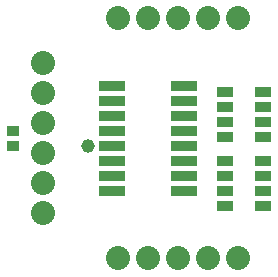
<source format=gts>
G75*
G70*
%OFA0B0*%
%FSLAX24Y24*%
%IPPOS*%
%LPD*%
%AMOC8*
5,1,8,0,0,1.08239X$1,22.5*
%
%ADD10C,0.0800*%
%ADD11R,0.0860X0.0320*%
%ADD12R,0.0414X0.0336*%
%ADD13R,0.0572X0.0375*%
%ADD14C,0.0456*%
D10*
X004636Y002665D03*
X005636Y002665D03*
X006636Y002665D03*
X007636Y002665D03*
X008636Y002665D03*
X002136Y004165D03*
X002136Y005165D03*
X002136Y006165D03*
X002136Y007165D03*
X002136Y008165D03*
X002136Y009165D03*
X004636Y010665D03*
X005636Y010665D03*
X006636Y010665D03*
X007636Y010665D03*
X008636Y010665D03*
D11*
X006846Y008415D03*
X006846Y007915D03*
X006846Y007415D03*
X006846Y006915D03*
X006846Y006415D03*
X006846Y005915D03*
X006846Y005415D03*
X006846Y004915D03*
X004426Y004915D03*
X004426Y005415D03*
X004426Y005915D03*
X004426Y006415D03*
X004426Y006915D03*
X004426Y007415D03*
X004426Y007915D03*
X004426Y008415D03*
D12*
X001136Y006921D03*
X001136Y006409D03*
D13*
X008211Y006715D03*
X008211Y007215D03*
X008211Y007715D03*
X008211Y008215D03*
X009461Y008215D03*
X009461Y007715D03*
X009461Y007215D03*
X009461Y006715D03*
X009461Y005915D03*
X009461Y005415D03*
X009461Y004915D03*
X009461Y004415D03*
X008211Y004415D03*
X008211Y004915D03*
X008211Y005415D03*
X008211Y005915D03*
D14*
X003626Y006415D03*
M02*

</source>
